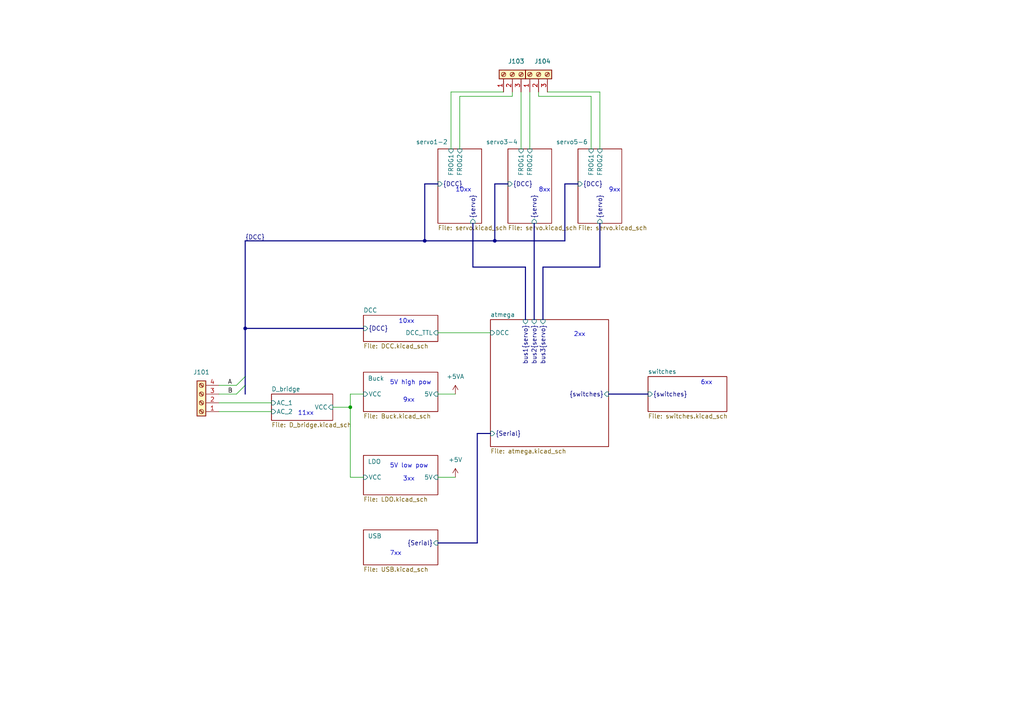
<source format=kicad_sch>
(kicad_sch (version 20230121) (generator eeschema)
  (paper "A4")
  (lib_symbols
    (symbol "Connector:Screw_Terminal_01x03" (pin_names (offset 1.016) hide)
      (property "Reference" "J" (at 0 5.08 0))
      (property "Value" "Screw_Terminal_01x03" (at 0 -5.08 0))
      (symbol "Screw_Terminal_01x03_1_1"
        (rectangle (start -1.27 3.81) (end 1.27 -3.81) (stroke (width 0.254)) (fill (type background)))
        (circle (center 0 -2.54) (radius 0.635) (stroke (width 0.1524)))
        (polyline (pts (xy -0.5334 -2.2098) (xy 0.3302 -3.048)) (stroke (width 0.1524)))
        (polyline (pts (xy -0.5334 0.3302) (xy 0.3302 -0.508)) (stroke (width 0.1524)))
        (polyline (pts (xy -0.5334 2.8702) (xy 0.3302 2.032)) (stroke (width 0.1524)))
        (polyline (pts (xy -0.3556 -2.032) (xy 0.508 -2.8702)) (stroke (width 0.1524)))
        (polyline (pts (xy -0.3556 0.508) (xy 0.508 -0.3302)) (stroke (width 0.1524)))
        (polyline (pts (xy -0.3556 3.048) (xy 0.508 2.2098)) (stroke (width 0.1524)))
        (circle (center 0 0) (radius 0.635) (stroke (width 0.1524)))
        (circle (center 0 2.54) (radius 0.635) (stroke (width 0.1524)))
        (pin passive line (at -5.08 2.54 0) (length 3.81) (name "Pin_1") (number "1"))
        (pin passive line (at -5.08 0 0) (length 3.81) (name "Pin_2") (number "2"))
        (pin passive line (at -5.08 -2.54 0) (length 3.81) (name "Pin_3") (number "3"))
      )
    )
    (symbol "Connector:Screw_Terminal_01x04" (pin_names (offset 1.016) hide)
      (property "Reference" "J" (at 0 5.08 0))
      (property "Value" "Screw_Terminal_01x04" (at 0 -7.62 0))
      (symbol "Screw_Terminal_01x04_1_1"
        (rectangle (start -1.27 3.81) (end 1.27 -6.35) (stroke (width 0.254)) (fill (type background)))
        (circle (center 0 -5.08) (radius 0.635) (stroke (width 0.1524)))
        (circle (center 0 -2.54) (radius 0.635) (stroke (width 0.1524)))
        (polyline (pts (xy -0.5334 -4.7498) (xy 0.3302 -5.588)) (stroke (width 0.1524)))
        (polyline (pts (xy -0.5334 -2.2098) (xy 0.3302 -3.048)) (stroke (width 0.1524)))
        (polyline (pts (xy -0.5334 0.3302) (xy 0.3302 -0.508)) (stroke (width 0.1524)))
        (polyline (pts (xy -0.5334 2.8702) (xy 0.3302 2.032)) (stroke (width 0.1524)))
        (polyline (pts (xy -0.3556 -4.572) (xy 0.508 -5.4102)) (stroke (width 0.1524)))
        (polyline (pts (xy -0.3556 -2.032) (xy 0.508 -2.8702)) (stroke (width 0.1524)))
        (polyline (pts (xy -0.3556 0.508) (xy 0.508 -0.3302)) (stroke (width 0.1524)))
        (polyline (pts (xy -0.3556 3.048) (xy 0.508 2.2098)) (stroke (width 0.1524)))
        (circle (center 0 0) (radius 0.635) (stroke (width 0.1524)))
        (circle (center 0 2.54) (radius 0.635) (stroke (width 0.1524)))
        (pin passive line (at -5.08 2.54 0) (length 3.81) (name "Pin_1") (number "1"))
        (pin passive line (at -5.08 0 0) (length 3.81) (name "Pin_2") (number "2"))
        (pin passive line (at -5.08 -2.54 0) (length 3.81) (name "Pin_3") (number "3"))
        (pin passive line (at -5.08 -5.08 0) (length 3.81) (name "Pin_4") (number "4"))
      )
    )
    (symbol "power:+5V" (power) (pin_names (offset 0))
      (property "Value" "+5V" (at 0 3.556 0))
      (symbol "+5V_0_1"
        (polyline (pts (xy -0.762 1.27) (xy 0 2.54)))
        (polyline (pts (xy 0 0) (xy 0 2.54)))
        (polyline (pts (xy 0 2.54) (xy 0.762 1.27)))
      )
      (symbol "+5V_1_1"
        (pin power_in line (at 0 0 90) (length 0) hide (name "+5V") (number "1"))
      )
    )
    (symbol "power:+5VA" (power) (pin_names (offset 0))
      (property "Value" "+5VA" (at 0 3.556 0))
      (symbol "+5VA_0_1"
        (polyline (pts (xy -0.762 1.27) (xy 0 2.54)))
        (polyline (pts (xy 0 0) (xy 0 2.54)))
        (polyline (pts (xy 0 2.54) (xy 0.762 1.27)))
      )
      (symbol "+5VA_1_1"
        (pin power_in line (at 0 0 90) (length 0) hide (name "+5VA") (number "1"))
      )
    )
  )
  (bus_alias "DCC" (members "A" "B"))
  (bus_alias "servo" (members "pin1" "pin2" "relay1" "relay2"))
  (bus_alias "switches" (members "sw1" "sw2" "sw3" "sw4" "sw5"))
  (junction (at 123.19 69.85))
  (junction (at 71.12 95.25))
  (junction (at 143.51 69.85))
  (junction (at 101.6 118.11))
  (bus_entry (at 68.58 111.76) (size 2.54 -2.54))
  (bus_entry (at 68.58 114.3) (size 2.54 -2.54))
  (bus (pts (xy 71.12 109.22) (xy 71.12 95.25)))
  (bus (pts (xy 71.12 111.76) (xy 71.12 109.22)))
  (bus (pts (xy 173.99 77.47) (xy 173.99 64.77)))
  (wire (pts (xy 127 114.3) (xy 132.08 114.3)))
  (bus (pts (xy 137.16 77.47) (xy 137.16 64.77)))
  (bus (pts (xy 154.94 64.77) (xy 154.94 92.71)))
  (wire (pts (xy 158.75 26.67) (xy 173.99 26.67)))
  (wire (pts (xy 127 96.52) (xy 142.24 96.52)))
  (bus (pts (xy 123.19 69.85) (xy 123.19 53.34)))
  (wire (pts (xy 156.21 27.94) (xy 171.45 27.94)))
  (wire (pts (xy 151.13 26.67) (xy 151.13 43.18)))
  (wire (pts (xy 101.6 118.11) (xy 96.52 118.11)))
  (bus (pts (xy 71.12 114.3) (xy 71.12 111.76)))
  (wire (pts (xy 101.6 114.3) (xy 105.41 114.3)))
  (wire (pts (xy 173.99 26.67) (xy 173.99 43.18)))
  (bus (pts (xy 176.53 114.3) (xy 187.96 114.3)))
  (wire (pts (xy 127 138.43) (xy 132.08 138.43)))
  (wire (pts (xy 63.5 114.3) (xy 68.58 114.3)))
  (bus (pts (xy 163.83 53.34) (xy 163.83 69.85)))
  (bus (pts (xy 71.12 69.85) (xy 71.12 95.25)))
  (wire (pts (xy 148.59 27.94) (xy 133.35 27.94)))
  (wire (pts (xy 153.67 26.67) (xy 153.67 43.18)))
  (wire (pts (xy 101.6 118.11) (xy 101.6 114.3)))
  (bus (pts (xy 143.51 53.34) (xy 147.32 53.34)))
  (wire (pts (xy 130.81 43.18) (xy 130.81 26.67)))
  (bus (pts (xy 138.43 157.48) (xy 127 157.48)))
  (bus (pts (xy 123.19 53.34) (xy 127 53.34)))
  (bus (pts (xy 143.51 69.85) (xy 143.51 53.34)))
  (bus (pts (xy 142.24 125.73) (xy 138.43 125.73)))
  (wire (pts (xy 101.6 138.43) (xy 101.6 118.11)))
  (bus (pts (xy 163.83 69.85) (xy 143.51 69.85)))
  (wire (pts (xy 133.35 27.94) (xy 133.35 43.18)))
  (wire (pts (xy 63.5 111.76) (xy 68.58 111.76)))
  (wire (pts (xy 130.81 26.67) (xy 146.05 26.67)))
  (bus (pts (xy 71.12 69.85) (xy 123.19 69.85)))
  (bus (pts (xy 123.19 69.85) (xy 143.51 69.85)))
  (bus (pts (xy 157.48 92.71) (xy 157.48 77.47)))
  (wire (pts (xy 156.21 26.67) (xy 156.21 27.94)))
  (bus (pts (xy 167.64 53.34) (xy 163.83 53.34)))
  (wire (pts (xy 171.45 27.94) (xy 171.45 43.18)))
  (wire (pts (xy 63.5 116.84) (xy 78.74 116.84)))
  (wire (pts (xy 105.41 138.43) (xy 101.6 138.43)))
  (wire (pts (xy 63.5 119.38) (xy 78.74 119.38)))
  (bus (pts (xy 157.48 77.47) (xy 173.99 77.47)))
  (bus (pts (xy 138.43 125.73) (xy 138.43 157.48)))
  (bus (pts (xy 152.4 77.47) (xy 137.16 77.47)))
  (bus (pts (xy 152.4 92.71) (xy 152.4 77.47)))
  (bus (pts (xy 71.12 95.25) (xy 105.41 95.25)))
  (wire (pts (xy 148.59 26.67) (xy 148.59 27.94)))
  (text "5V high pow" (at 113.03 111.76 0) (effects (font (size 1.27 1.27)) (justify left bottom)))
  (text "5V low pow" (at 113.03 135.89 0) (effects (font (size 1.27 1.27)) (justify left bottom)))
  (text "7xx" (at 113.03 161.29 0) (effects (font (size 1.27 1.27)) (justify left bottom)))
  (text "10xx" (at 132.08 55.88 0) (effects (font (size 1.27 1.27)) (justify left bottom)))
  (text "11xx" (at 86.36 120.65 0) (effects (font (size 1.27 1.27)) (justify left bottom)))
  (text "8xx" (at 156.21 55.88 0) (effects (font (size 1.27 1.27)) (justify left bottom)))
  (text "3xx" (at 116.84 139.7 0) (effects (font (size 1.27 1.27)) (justify left bottom)))
  (text "9xx" (at 116.84 116.84 0) (effects (font (size 1.27 1.27)) (justify left bottom)))
  (text "9xx" (at 176.53 55.88 0) (effects (font (size 1.27 1.27)) (justify left bottom)))
  (text "2xx" (at 166.37 97.79 0) (effects (font (size 1.27 1.27)) (justify left bottom)))
  (text "10xx" (at 115.57 93.98 0) (effects (font (size 1.27 1.27)) (justify left bottom)))
  (text "6xx" (at 203.2 111.76 0) (effects (font (size 1.27 1.27)) (justify left bottom)))
  (label "{DCC}" (at 71.12 69.85 0))
  (label "A" (at 66.04 111.76 0))
  (label "B" (at 66.04 114.3 0))
  (symbol (lib_id "Connector:Screw_Terminal_01x03") (at 156.21 21.59 90) (unit 1)
    (property "Reference" "J104" (at 154.94 17.78 90) (effects (justify right)))
    (property "Value" "Screw_Terminal_01x03" (effects hide))
    (property "Footprint" "TerminalBlock_Phoenix:TerminalBlock_Phoenix_MKDS-1,5-3-5.08_1x03_P5.08mm_Horizontal" (effects hide))
    (property "JLCPCB Part#" "C395869" (effects hide))
  )
  (symbol (lib_id "Connector:Screw_Terminal_01x03") (at 148.59 21.59 90) (unit 1)
    (property "Reference" "J103" (at 147.32 17.78 90) (effects (justify right)))
    (property "Value" "Screw_Terminal_01x03" (effects hide))
    (property "Footprint" "TerminalBlock_Phoenix:TerminalBlock_Phoenix_MKDS-1,5-3-5.08_1x03_P5.08mm_Horizontal" (effects hide))
    (property "JLCPCB Part#" "C395869" (effects hide))
  )
  (symbol (lib_id "Connector:Screw_Terminal_01x04") (at 58.42 116.84 180) (unit 1)
    (property "Reference" "J101" (at 58.42 107.95 0))
    (property "Value" "Screw_Terminal_01x04" (effects hide))
    (property "Footprint" "TerminalBlock_Phoenix:TerminalBlock_Phoenix_MKDS-1,5-4-5.08_1x04_P5.08mm_Horizontal" (effects hide))
    (property "JLCPCB Part#" "C2827883" (effects hide))
  )
  (symbol (lib_id "power:+5V") (at 132.08 138.43 0) (unit 1)
    (property "Reference" "#PWR0102" (effects hide))
    (property "Value" "+5V" (at 132.08 133.35 0))
  )
  (symbol (lib_id "power:+5VA") (at 132.08 114.3 0) (unit 1)
    (property "Reference" "#PWR0101" (effects hide))
    (property "Value" "+5VA" (at 132.08 109.22 0))
  )
  (sheet (at 127 43.18) (size 12.7 21.59) (stroke (width 0.1524))
    (property "Sheetname" "servo1-2" (at 120.65 41.91 0) (effects (justify left bottom)))
    (property "Sheetfile" "servo.kicad_sch" (at 127 65.3546 0) (effects (justify left top)))
    (pin "{servo}" input (at 137.16 64.77 270))
    (pin "FROG1" input (at 130.81 43.18 90))
    (pin "FROG2" input (at 133.35 43.18 90))
    (pin "{DCC}" input (at 127 53.34 180))
  )
  (sheet (at 187.96 109.22) (size 22.86 10.16) (stroke (width 0.1524))
    (property "Sheetname" "switches" (at 187.96 108.5084 0) (effects (justify left bottom)))
    (property "Sheetfile" "switches.kicad_sch" (at 187.96 119.9646 0) (effects (justify left top)))
    (pin "{switches}" input (at 187.96 114.3 180))
  )
  (sheet (at 78.74 114.3) (size 17.78 7.62) (stroke (width 0.1524))
    (property "Sheetname" "D_bridge" (at 78.74 113.5884 0) (effects (justify left bottom)))
    (property "Sheetfile" "D_bridge.kicad_sch" (at 78.74 122.5046 0) (effects (justify left top)))
    (pin "AC_1" input (at 78.74 116.84 180))
    (pin "AC_2" input (at 78.74 119.38 180))
    (pin "VCC" input (at 96.52 118.11 0))
  )
  (sheet (at 105.41 91.44) (size 21.59 7.62) (stroke (width 0.1524))
    (property "Sheetname" "DCC" (at 105.41 90.7284 0) (effects (justify left bottom)))
    (property "Sheetfile" "DCC.kicad_sch" (at 105.41 99.6446 0) (effects (justify left top)))
    (pin "DCC_TTL" input (at 127 96.52 0))
    (pin "{DCC}" input (at 105.41 95.25 180))
  )
  (sheet (at 147.32 43.18) (size 12.7 21.59) (stroke (width 0.1524))
    (property "Sheetname" "servo3-4" (at 140.97 41.91 0) (effects (justify left bottom)))
    (property "Sheetfile" "servo.kicad_sch" (at 147.32 65.3546 0) (effects (justify left top)))
    (pin "{servo}" input (at 154.94 64.77 270))
    (pin "FROG1" input (at 151.13 43.18 90))
    (pin "FROG2" input (at 153.67 43.18 90))
    (pin "{DCC}" input (at 147.32 53.34 180))
  )
  (sheet (at 105.41 107.95) (size 21.59 11.43) (stroke (width 0.1524))
    (property "Sheetname" "Buck" (at 106.68 110.49 0) (effects (justify left bottom)))
    (property "Sheetfile" "Buck.kicad_sch" (at 105.41 119.9646 0) (effects (justify left top)))
    (pin "VCC" input (at 105.41 114.3 180))
    (pin "5V" input (at 127 114.3 0))
  )
  (sheet (at 167.64 43.18) (size 12.7 21.59) (stroke (width 0.1524))
    (property "Sheetname" "servo5-6" (at 161.29 41.91 0) (effects (justify left bottom)))
    (property "Sheetfile" "servo.kicad_sch" (at 167.64 65.3546 0) (effects (justify left top)))
    (pin "{servo}" input (at 173.99 64.77 270))
    (pin "FROG1" input (at 171.45 43.18 90))
    (pin "FROG2" input (at 173.99 43.18 90))
    (pin "{DCC}" input (at 167.64 53.34 180))
  )
  (sheet (at 105.41 132.08) (size 21.59 11.43) (stroke (width 0.1524))
    (property "Sheetname" "LDO" (at 106.68 134.62 0) (effects (justify left bottom)))
    (property "Sheetfile" "LDO.kicad_sch" (at 105.41 144.0946 0) (effects (justify left top)))
    (pin "VCC" input (at 105.41 138.43 180))
    (pin "5V" input (at 127 138.43 0))
  )
  (sheet (at 105.41 153.67) (size 21.59 10.16) (stroke (width 0.1524))
    (property "Sheetname" "USB" (at 106.68 156.21 0) (effects (justify left bottom)))
    (property "Sheetfile" "USB.kicad_sch" (at 105.41 164.4146 0) (effects (justify left top)))
    (pin "{Serial}" input (at 127 157.48 0))
  )
  (sheet (at 142.24 92.71) (size 34.29 36.83) (stroke (width 0.1524))
    (property "Sheetname" "atmega" (at 142.24 91.9984 0) (effects (justify left bottom)))
    (property "Sheetfile" "atmega.kicad_sch" (at 142.24 130.1246 0) (effects (justify left top)))
    (pin "bus2{servo}" input (at 154.94 92.71 90))
    (pin "bus1{servo}" input (at 152.4 92.71 90))
    (pin "bus3{servo}" input (at 157.48 92.71 90))
    (pin "{switches}" input (at 176.53 114.3 0))
    (pin "DCC" input (at 142.24 96.52 180))
    (pin "{Serial}" input (at 142.24 125.73 180))
  )
)
</source>
